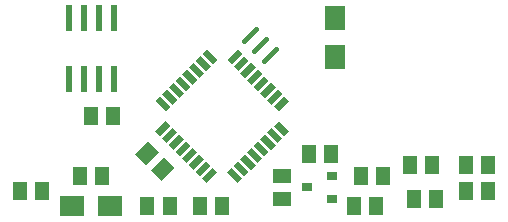
<source format=gtp>
G75*
%MOIN*%
%OFA0B0*%
%FSLAX25Y25*%
%IPPOS*%
%LPD*%
%AMOC8*
5,1,8,0,0,1.08239X$1,22.5*
%
%ADD10R,0.05118X0.05906*%
%ADD11R,0.07087X0.08465*%
%ADD12R,0.08465X0.07087*%
%ADD13R,0.05000X0.02200*%
%ADD14R,0.02200X0.05000*%
%ADD15R,0.02362X0.08661*%
%ADD16R,0.03543X0.03150*%
%ADD17R,0.05118X0.06299*%
%ADD18R,0.06299X0.05118*%
%ADD19C,0.01772*%
D10*
X0029310Y0031800D03*
X0036790Y0031800D03*
G36*
X0051377Y0035548D02*
X0047758Y0039167D01*
X0051933Y0043342D01*
X0055552Y0039723D01*
X0051377Y0035548D01*
G37*
G36*
X0056667Y0030258D02*
X0053048Y0033877D01*
X0057223Y0038052D01*
X0060842Y0034433D01*
X0056667Y0030258D01*
G37*
X0040540Y0051800D03*
X0033060Y0051800D03*
X0105560Y0039300D03*
X0113040Y0039300D03*
X0120560Y0021800D03*
X0128040Y0021800D03*
X0158060Y0026800D03*
X0165540Y0026800D03*
D11*
X0114300Y0071652D03*
X0114300Y0084448D03*
D12*
X0026652Y0021800D03*
X0039448Y0021800D03*
D13*
G36*
X0063418Y0037747D02*
X0066952Y0041281D01*
X0068508Y0039725D01*
X0064974Y0036191D01*
X0063418Y0037747D01*
G37*
G36*
X0061191Y0039974D02*
X0064725Y0043508D01*
X0066281Y0041952D01*
X0062747Y0038418D01*
X0061191Y0039974D01*
G37*
G36*
X0058964Y0042202D02*
X0062498Y0045736D01*
X0064054Y0044180D01*
X0060520Y0040646D01*
X0058964Y0042202D01*
G37*
G36*
X0056737Y0044429D02*
X0060271Y0047963D01*
X0061827Y0046407D01*
X0058293Y0042873D01*
X0056737Y0044429D01*
G37*
G36*
X0054510Y0046656D02*
X0058044Y0050190D01*
X0059600Y0048634D01*
X0056066Y0045100D01*
X0054510Y0046656D01*
G37*
G36*
X0065646Y0035520D02*
X0069180Y0039054D01*
X0070736Y0037498D01*
X0067202Y0033964D01*
X0065646Y0035520D01*
G37*
G36*
X0067873Y0033293D02*
X0071407Y0036827D01*
X0072963Y0035271D01*
X0069429Y0031737D01*
X0067873Y0033293D01*
G37*
G36*
X0070100Y0031066D02*
X0073634Y0034600D01*
X0075190Y0033044D01*
X0071656Y0029510D01*
X0070100Y0031066D01*
G37*
G36*
X0094000Y0054966D02*
X0097534Y0058500D01*
X0099090Y0056944D01*
X0095556Y0053410D01*
X0094000Y0054966D01*
G37*
G36*
X0091773Y0057193D02*
X0095307Y0060727D01*
X0096863Y0059171D01*
X0093329Y0055637D01*
X0091773Y0057193D01*
G37*
G36*
X0089546Y0059420D02*
X0093080Y0062954D01*
X0094636Y0061398D01*
X0091102Y0057864D01*
X0089546Y0059420D01*
G37*
G36*
X0087319Y0061648D02*
X0090853Y0065182D01*
X0092409Y0063626D01*
X0088875Y0060092D01*
X0087319Y0061648D01*
G37*
G36*
X0085092Y0063875D02*
X0088626Y0067409D01*
X0090182Y0065853D01*
X0086648Y0062319D01*
X0085092Y0063875D01*
G37*
G36*
X0082864Y0066102D02*
X0086398Y0069636D01*
X0087954Y0068080D01*
X0084420Y0064546D01*
X0082864Y0066102D01*
G37*
G36*
X0080637Y0068329D02*
X0084171Y0071863D01*
X0085727Y0070307D01*
X0082193Y0066773D01*
X0080637Y0068329D01*
G37*
G36*
X0078410Y0070556D02*
X0081944Y0074090D01*
X0083500Y0072534D01*
X0079966Y0069000D01*
X0078410Y0070556D01*
G37*
D14*
G36*
X0070100Y0072534D02*
X0071656Y0074090D01*
X0075190Y0070556D01*
X0073634Y0069000D01*
X0070100Y0072534D01*
G37*
G36*
X0067873Y0070307D02*
X0069429Y0071863D01*
X0072963Y0068329D01*
X0071407Y0066773D01*
X0067873Y0070307D01*
G37*
G36*
X0065646Y0068080D02*
X0067202Y0069636D01*
X0070736Y0066102D01*
X0069180Y0064546D01*
X0065646Y0068080D01*
G37*
G36*
X0063418Y0065853D02*
X0064974Y0067409D01*
X0068508Y0063875D01*
X0066952Y0062319D01*
X0063418Y0065853D01*
G37*
G36*
X0061191Y0063626D02*
X0062747Y0065182D01*
X0066281Y0061648D01*
X0064725Y0060092D01*
X0061191Y0063626D01*
G37*
G36*
X0058964Y0061398D02*
X0060520Y0062954D01*
X0064054Y0059420D01*
X0062498Y0057864D01*
X0058964Y0061398D01*
G37*
G36*
X0056737Y0059171D02*
X0058293Y0060727D01*
X0061827Y0057193D01*
X0060271Y0055637D01*
X0056737Y0059171D01*
G37*
G36*
X0054510Y0056944D02*
X0056066Y0058500D01*
X0059600Y0054966D01*
X0058044Y0053410D01*
X0054510Y0056944D01*
G37*
G36*
X0085092Y0039725D02*
X0086648Y0041281D01*
X0090182Y0037747D01*
X0088626Y0036191D01*
X0085092Y0039725D01*
G37*
G36*
X0087319Y0041952D02*
X0088875Y0043508D01*
X0092409Y0039974D01*
X0090853Y0038418D01*
X0087319Y0041952D01*
G37*
G36*
X0089546Y0044180D02*
X0091102Y0045736D01*
X0094636Y0042202D01*
X0093080Y0040646D01*
X0089546Y0044180D01*
G37*
G36*
X0091773Y0046407D02*
X0093329Y0047963D01*
X0096863Y0044429D01*
X0095307Y0042873D01*
X0091773Y0046407D01*
G37*
G36*
X0094000Y0048634D02*
X0095556Y0050190D01*
X0099090Y0046656D01*
X0097534Y0045100D01*
X0094000Y0048634D01*
G37*
G36*
X0082864Y0037498D02*
X0084420Y0039054D01*
X0087954Y0035520D01*
X0086398Y0033964D01*
X0082864Y0037498D01*
G37*
G36*
X0080637Y0035271D02*
X0082193Y0036827D01*
X0085727Y0033293D01*
X0084171Y0031737D01*
X0080637Y0035271D01*
G37*
G36*
X0078410Y0033044D02*
X0079966Y0034600D01*
X0083500Y0031066D01*
X0081944Y0029510D01*
X0078410Y0033044D01*
G37*
D15*
X0040550Y0064064D03*
X0035550Y0064064D03*
X0030550Y0064064D03*
X0025550Y0064064D03*
X0025550Y0084536D03*
X0030550Y0084536D03*
X0035550Y0084536D03*
X0040550Y0084536D03*
D16*
X0113237Y0031790D03*
X0104969Y0028050D03*
X0113237Y0024310D03*
D17*
X0123060Y0031800D03*
X0130540Y0031800D03*
X0139310Y0035550D03*
X0146790Y0035550D03*
X0158060Y0035550D03*
X0165540Y0035550D03*
X0148040Y0024300D03*
X0140560Y0024300D03*
X0076790Y0021800D03*
X0069310Y0021800D03*
X0059290Y0021800D03*
X0051810Y0021800D03*
X0016790Y0026800D03*
X0009310Y0026800D03*
D18*
X0096800Y0024310D03*
X0096800Y0031790D03*
D19*
X0090616Y0070184D02*
X0094666Y0074234D01*
X0091325Y0077575D02*
X0087275Y0073525D01*
X0083934Y0076866D02*
X0087984Y0080916D01*
M02*

</source>
